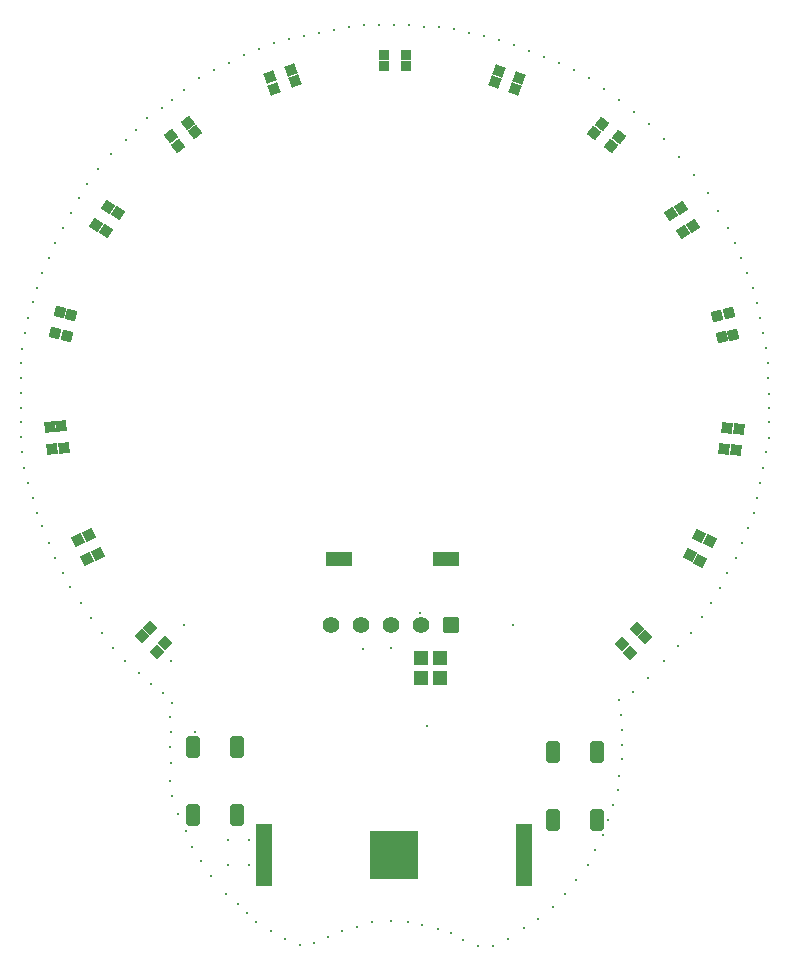
<source format=gts>
G04*
G04 #@! TF.GenerationSoftware,Altium Limited,Altium Designer,18.1.7 (191)*
G04*
G04 Layer_Color=8388736*
%FSLAX25Y25*%
%MOIN*%
G70*
G01*
G75*
%ADD38R,0.04737X0.04737*%
%ADD39R,0.04737X0.04540*%
%ADD40C,0.05524*%
G04:AMPARAMS|DCode=41|XSize=55.24mil|YSize=55.24mil|CornerRadius=9.91mil|HoleSize=0mil|Usage=FLASHONLY|Rotation=180.000|XOffset=0mil|YOffset=0mil|HoleType=Round|Shape=RoundedRectangle|*
%AMROUNDEDRECTD41*
21,1,0.05524,0.03543,0,0,180.0*
21,1,0.03543,0.05524,0,0,180.0*
1,1,0.01981,-0.01772,0.01772*
1,1,0.01981,0.01772,0.01772*
1,1,0.01981,0.01772,-0.01772*
1,1,0.01981,-0.01772,-0.01772*
%
%ADD41ROUNDEDRECTD41*%
%ADD42R,0.05800X0.20800*%
%ADD43R,0.16391X0.16391*%
%ADD44R,0.08674X0.04737*%
%ADD45P,0.05029X4X270.0*%
%ADD46P,0.05029X4X360.0*%
%ADD47P,0.05029X4X379.1*%
%ADD48P,0.05029X4X398.4*%
%ADD49P,0.05029X4X57.7*%
%ADD50P,0.05029X4X77.0*%
%ADD51P,0.05029X4X96.6*%
%ADD52P,0.05029X4X115.6*%
%ADD53R,0.03556X0.03556*%
%ADD54P,0.05029X4X154.5*%
%ADD55P,0.05029X4X173.5*%
%ADD56P,0.05029X4X192.8*%
%ADD57P,0.05029X4X212.1*%
%ADD58P,0.05029X4X231.4*%
%ADD59P,0.05029X4X250.7*%
G04:AMPARAMS|DCode=60|XSize=74.93mil|YSize=47.37mil|CornerRadius=13.84mil|HoleSize=0mil|Usage=FLASHONLY|Rotation=270.000|XOffset=0mil|YOffset=0mil|HoleType=Round|Shape=RoundedRectangle|*
%AMROUNDEDRECTD60*
21,1,0.07493,0.01968,0,0,270.0*
21,1,0.04724,0.04737,0,0,270.0*
1,1,0.02769,-0.00984,-0.02362*
1,1,0.02769,-0.00984,0.02362*
1,1,0.02769,0.00984,0.02362*
1,1,0.02769,0.00984,-0.02362*
%
%ADD60ROUNDEDRECTD60*%
%ADD61C,0.01181*%
D38*
X15299Y-92500D02*
D03*
X9000D02*
D03*
D39*
Y-86000D02*
D03*
X15299D02*
D03*
D40*
X-1000Y-74832D02*
D03*
X9000Y-74832D02*
D03*
X-11000Y-74832D02*
D03*
X-21000Y-74832D02*
D03*
D41*
X19000Y-74832D02*
D03*
D42*
X43248Y-151575D02*
D03*
X-43248D02*
D03*
D43*
X0D02*
D03*
D44*
X17217Y-52937D02*
D03*
X-18216D02*
D03*
D45*
X-76210Y-81072D02*
D03*
X-78994Y-83856D02*
D03*
X-84089Y-78761D02*
D03*
X-81305Y-75977D02*
D03*
D46*
X80984Y-76305D02*
D03*
X83768Y-79089D02*
D03*
X78673Y-84184D02*
D03*
X75889Y-81400D02*
D03*
D47*
X101658Y-45267D02*
D03*
X105200Y-46987D02*
D03*
X102053Y-53468D02*
D03*
X98511Y-51748D02*
D03*
D48*
X110905Y-9143D02*
D03*
X114815Y-9595D02*
D03*
X113987Y-16752D02*
D03*
X110076Y-16300D02*
D03*
D49*
X107698Y28008D02*
D03*
X111539Y28874D02*
D03*
X113123Y21846D02*
D03*
X109282Y20980D02*
D03*
D50*
X92437Y62013D02*
D03*
X95776Y64099D02*
D03*
X99593Y57989D02*
D03*
X96255Y55903D02*
D03*
D51*
X66721Y89034D02*
D03*
X69167Y92119D02*
D03*
X74813Y87644D02*
D03*
X72368Y84559D02*
D03*
D52*
X33559Y106097D02*
D03*
X34867Y109811D02*
D03*
X41663Y107418D02*
D03*
X40355Y103704D02*
D03*
D53*
X-3371Y111220D02*
D03*
Y115157D02*
D03*
X3834D02*
D03*
Y111220D02*
D03*
D54*
X-39912Y103852D02*
D03*
X-41226Y107564D02*
D03*
X-34435Y109969D02*
D03*
X-33121Y106257D02*
D03*
D55*
X-71999Y84845D02*
D03*
X-74449Y87926D02*
D03*
X-68811Y92411D02*
D03*
X-66360Y89330D02*
D03*
D56*
X-95985Y56296D02*
D03*
X-99316Y58394D02*
D03*
X-95477Y64491D02*
D03*
X-92145Y62393D02*
D03*
D57*
X-109193Y21406D02*
D03*
X-113030Y22285D02*
D03*
X-111422Y29308D02*
D03*
X-107584Y28429D02*
D03*
D58*
X-110140Y-15847D02*
D03*
X-114053Y-16286D02*
D03*
X-114856Y-9127D02*
D03*
X-110943Y-8688D02*
D03*
D59*
X-98721Y-51342D02*
D03*
X-102269Y-53050D02*
D03*
X-105393Y-46558D02*
D03*
X-101846Y-44850D02*
D03*
D60*
X52933Y-140000D02*
D03*
Y-117165D02*
D03*
X67500Y-140000D02*
D03*
Y-117165D02*
D03*
X-67067Y-138335D02*
D03*
Y-115500D02*
D03*
X-52500Y-138335D02*
D03*
Y-115500D02*
D03*
D61*
X6176Y-157000D02*
D03*
X588D02*
D03*
X-5000D02*
D03*
Y-151500D02*
D03*
X588D02*
D03*
X6176D02*
D03*
X6176Y-146000D02*
D03*
X434D02*
D03*
X-5308D02*
D03*
X-74000Y-100813D02*
D03*
X-74687Y-105500D02*
D03*
X-74500Y-110500D02*
D03*
X-74687Y-115500D02*
D03*
X-74500Y-121000D02*
D03*
X-74687Y-127000D02*
D03*
X-74000Y-132000D02*
D03*
X-72071Y-138000D02*
D03*
X-69500Y-143500D02*
D03*
X-67458Y-149000D02*
D03*
X-64370Y-153500D02*
D03*
X-61000Y-158543D02*
D03*
X-56046Y-164500D02*
D03*
X-52000Y-168000D02*
D03*
X-49000Y-171000D02*
D03*
X-46000Y-174000D02*
D03*
X-41000Y-176952D02*
D03*
X-36500Y-179656D02*
D03*
X-31500Y-181500D02*
D03*
X-26772Y-181000D02*
D03*
X-22000Y-179126D02*
D03*
X-17500Y-177000D02*
D03*
X-12500Y-175500D02*
D03*
X-7500Y-174000D02*
D03*
X-1000Y-173500D02*
D03*
X4535Y-174000D02*
D03*
X9409Y-175000D02*
D03*
X14500Y-176403D02*
D03*
X19000Y-177500D02*
D03*
X23068Y-180000D02*
D03*
X28000Y-182000D02*
D03*
X33000D02*
D03*
X38000Y-179500D02*
D03*
X43248Y-176000D02*
D03*
X48000Y-173000D02*
D03*
X53000Y-169000D02*
D03*
X57000Y-164500D02*
D03*
X60500Y-160000D02*
D03*
X64500Y-155000D02*
D03*
X67000Y-149867D02*
D03*
X69753Y-145000D02*
D03*
X71424Y-140000D02*
D03*
X72932Y-135000D02*
D03*
X74598Y-130000D02*
D03*
X75000Y-125251D02*
D03*
X76000Y-119726D02*
D03*
Y-115000D02*
D03*
X76096Y-110082D02*
D03*
X75500Y-105000D02*
D03*
X75000Y-100000D02*
D03*
X79500Y-97286D02*
D03*
X84500Y-92500D02*
D03*
X89840Y-87000D02*
D03*
X94736Y-82000D02*
D03*
X98870Y-77500D02*
D03*
X102500Y-72211D02*
D03*
X105500Y-67526D02*
D03*
X108500Y-62500D02*
D03*
X111000Y-57500D02*
D03*
X114000Y-52500D02*
D03*
X116000Y-47596D02*
D03*
X118000Y-42500D02*
D03*
X119923Y-37500D02*
D03*
X121000Y-32500D02*
D03*
X122087Y-27500D02*
D03*
X123000Y-22500D02*
D03*
X124000Y-17412D02*
D03*
X125000Y-12500D02*
D03*
Y-7356D02*
D03*
Y-2500D02*
D03*
Y2000D02*
D03*
X124500Y7500D02*
D03*
Y12500D02*
D03*
X124000Y17467D02*
D03*
X123000Y22500D02*
D03*
X122000Y27500D02*
D03*
X121000Y32500D02*
D03*
X119500Y37500D02*
D03*
X117500Y42500D02*
D03*
X115500Y47500D02*
D03*
X113500Y52500D02*
D03*
X111199Y57500D02*
D03*
X108000Y63000D02*
D03*
X104500Y69000D02*
D03*
X100000Y75000D02*
D03*
X95000Y80936D02*
D03*
X90000Y87000D02*
D03*
X85000Y92000D02*
D03*
X79936Y96000D02*
D03*
X75000Y100000D02*
D03*
X70000Y103619D02*
D03*
X65000Y107500D02*
D03*
X60000Y110000D02*
D03*
X55000Y112500D02*
D03*
X50000Y114500D02*
D03*
X45031Y116500D02*
D03*
X40000Y118500D02*
D03*
X35000Y119923D02*
D03*
X30000Y121500D02*
D03*
X25000Y122500D02*
D03*
X20000Y123867D02*
D03*
X15000Y124500D02*
D03*
X10000D02*
D03*
X5000Y125000D02*
D03*
X62D02*
D03*
X-5000D02*
D03*
X-15000Y124500D02*
D03*
X-10000Y125000D02*
D03*
X-20000Y123500D02*
D03*
X-25000Y122500D02*
D03*
X-30022Y121500D02*
D03*
X-35000Y120500D02*
D03*
X-40000Y119000D02*
D03*
X-45000Y117000D02*
D03*
X-50000Y115000D02*
D03*
X-54978Y112500D02*
D03*
X-60000Y110000D02*
D03*
X-65000Y107500D02*
D03*
X-70000Y103500D02*
D03*
X-74000Y100000D02*
D03*
X-77368Y97500D02*
D03*
X-82500Y94000D02*
D03*
X-86000Y90000D02*
D03*
X-89500Y86649D02*
D03*
X-94500Y82000D02*
D03*
X-98846Y77000D02*
D03*
X-102500Y71972D02*
D03*
X-105000Y67500D02*
D03*
X-107579Y62500D02*
D03*
X-110500Y57500D02*
D03*
X-113000Y52500D02*
D03*
X-115000Y47500D02*
D03*
X-117381Y42500D02*
D03*
X-119000Y37500D02*
D03*
X-120500Y32702D02*
D03*
X-122000Y27411D02*
D03*
X-123000Y22500D02*
D03*
X-124000Y17000D02*
D03*
X-124500Y12500D02*
D03*
Y7500D02*
D03*
Y2500D02*
D03*
Y-2500D02*
D03*
Y-7434D02*
D03*
Y-12355D02*
D03*
X-124000Y-17244D02*
D03*
X-123500Y-22500D02*
D03*
X-122000Y-27500D02*
D03*
X-120500Y-32500D02*
D03*
X-119000Y-37500D02*
D03*
X-117500Y-41963D02*
D03*
X-115000Y-47596D02*
D03*
X-113000Y-52500D02*
D03*
X-110500Y-57500D02*
D03*
X-108000Y-62205D02*
D03*
X-104500Y-67526D02*
D03*
X-101000Y-72761D02*
D03*
X-97500Y-77610D02*
D03*
X-93794Y-82604D02*
D03*
X-89840Y-87000D02*
D03*
X-85000Y-91000D02*
D03*
X-81000Y-94500D02*
D03*
X-77150Y-97500D02*
D03*
X8500Y-71000D02*
D03*
X-74500Y-87000D02*
D03*
X-70000Y-75000D02*
D03*
X-66500Y-110500D02*
D03*
X-55500Y-155000D02*
D03*
X-48500D02*
D03*
Y-146500D02*
D03*
X-55500D02*
D03*
X39500Y-75000D02*
D03*
X10827Y-108500D02*
D03*
X-10500Y-83000D02*
D03*
X-1000Y-82500D02*
D03*
M02*

</source>
